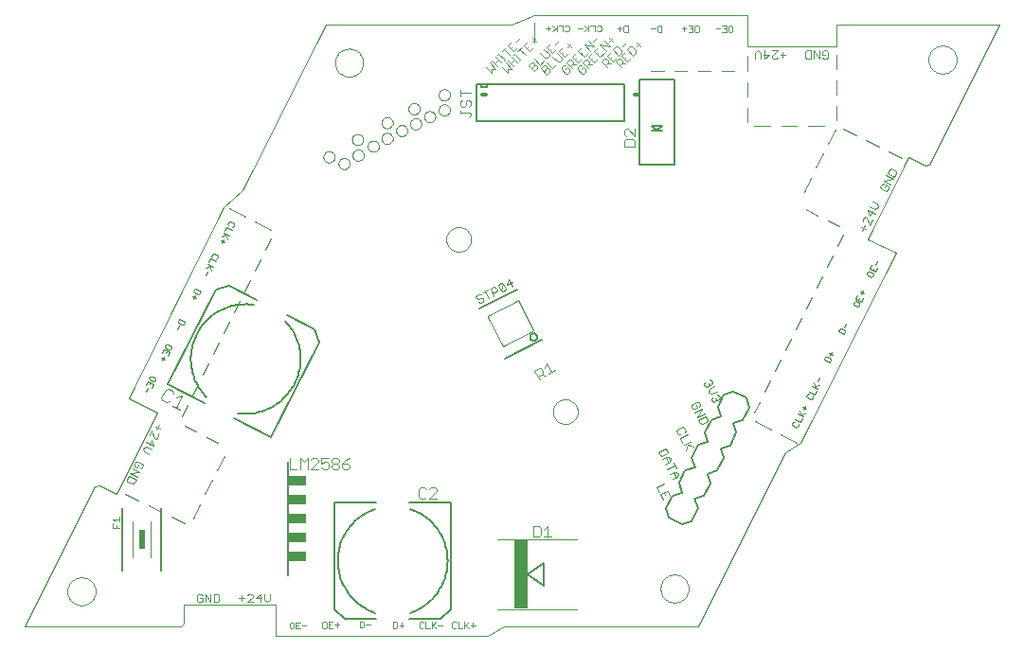
<source format=gto>
G75*
%MOIN*%
%OFA0B0*%
%FSLAX24Y24*%
%IPPOS*%
%LPD*%
%AMOC8*
5,1,8,0,0,1.08239X$1,22.5*
%
%ADD10C,0.0000*%
%ADD11C,0.0030*%
%ADD12C,0.0039*%
%ADD13C,0.0020*%
%ADD14C,0.0120*%
%ADD15C,0.0060*%
%ADD16C,0.0080*%
%ADD17C,0.0040*%
%ADD18R,0.0660X0.0380*%
%ADD19R,0.0492X0.2441*%
%ADD20C,0.0050*%
%ADD21C,0.0028*%
%ADD22R,0.0236X0.0709*%
%ADD23R,0.0236X0.0433*%
D10*
X001543Y001214D02*
X007057Y001214D01*
X007162Y001332D01*
X007163Y001992D01*
X010376Y001990D01*
X010370Y000897D01*
X017853Y000897D01*
X018407Y001214D01*
X025254Y001214D01*
X028315Y007336D01*
X028846Y007690D01*
X032212Y014373D01*
X031218Y014865D01*
X032655Y017739D01*
X033246Y017444D01*
X033393Y017483D01*
X035864Y022424D01*
X030103Y022423D01*
X030103Y022424D02*
X030103Y021647D01*
X026989Y021647D01*
X026989Y022739D01*
X019476Y022739D01*
X018689Y022424D01*
X012143Y022424D01*
X009220Y016568D01*
X008561Y015977D01*
X005204Y009265D01*
X006218Y008753D01*
X004781Y005889D01*
X004191Y006184D01*
X004004Y006145D01*
X001543Y001214D01*
X003060Y002453D02*
X003062Y002497D01*
X003068Y002541D01*
X003078Y002584D01*
X003091Y002626D01*
X003109Y002666D01*
X003130Y002705D01*
X003154Y002742D01*
X003181Y002777D01*
X003212Y002809D01*
X003245Y002838D01*
X003281Y002864D01*
X003319Y002886D01*
X003359Y002905D01*
X003400Y002921D01*
X003443Y002933D01*
X003486Y002941D01*
X003530Y002945D01*
X003574Y002945D01*
X003618Y002941D01*
X003661Y002933D01*
X003704Y002921D01*
X003745Y002905D01*
X003785Y002886D01*
X003823Y002864D01*
X003859Y002838D01*
X003892Y002809D01*
X003923Y002777D01*
X003950Y002742D01*
X003974Y002705D01*
X003995Y002666D01*
X004013Y002626D01*
X004026Y002584D01*
X004036Y002541D01*
X004042Y002497D01*
X004044Y002453D01*
X004042Y002409D01*
X004036Y002365D01*
X004026Y002322D01*
X004013Y002280D01*
X003995Y002240D01*
X003974Y002201D01*
X003950Y002164D01*
X003923Y002129D01*
X003892Y002097D01*
X003859Y002068D01*
X003823Y002042D01*
X003785Y002020D01*
X003745Y002001D01*
X003704Y001985D01*
X003661Y001973D01*
X003618Y001965D01*
X003574Y001961D01*
X003530Y001961D01*
X003486Y001965D01*
X003443Y001973D01*
X003400Y001985D01*
X003359Y002001D01*
X003319Y002020D01*
X003281Y002042D01*
X003245Y002068D01*
X003212Y002097D01*
X003181Y002129D01*
X003154Y002164D01*
X003130Y002201D01*
X003109Y002240D01*
X003091Y002280D01*
X003078Y002322D01*
X003068Y002365D01*
X003062Y002409D01*
X003060Y002453D01*
X016391Y014853D02*
X016393Y014894D01*
X016399Y014935D01*
X016409Y014975D01*
X016422Y015014D01*
X016439Y015051D01*
X016460Y015087D01*
X016484Y015121D01*
X016511Y015152D01*
X016540Y015180D01*
X016573Y015206D01*
X016607Y015228D01*
X016644Y015247D01*
X016682Y015262D01*
X016722Y015274D01*
X016762Y015282D01*
X016803Y015286D01*
X016845Y015286D01*
X016886Y015282D01*
X016926Y015274D01*
X016966Y015262D01*
X017004Y015247D01*
X017040Y015228D01*
X017075Y015206D01*
X017108Y015180D01*
X017137Y015152D01*
X017164Y015121D01*
X017188Y015087D01*
X017209Y015051D01*
X017226Y015014D01*
X017239Y014975D01*
X017249Y014935D01*
X017255Y014894D01*
X017257Y014853D01*
X017255Y014812D01*
X017249Y014771D01*
X017239Y014731D01*
X017226Y014692D01*
X017209Y014655D01*
X017188Y014619D01*
X017164Y014585D01*
X017137Y014554D01*
X017108Y014526D01*
X017075Y014500D01*
X017041Y014478D01*
X017004Y014459D01*
X016966Y014444D01*
X016926Y014432D01*
X016886Y014424D01*
X016845Y014420D01*
X016803Y014420D01*
X016762Y014424D01*
X016722Y014432D01*
X016682Y014444D01*
X016644Y014459D01*
X016608Y014478D01*
X016573Y014500D01*
X016540Y014526D01*
X016511Y014554D01*
X016484Y014585D01*
X016460Y014619D01*
X016439Y014655D01*
X016422Y014692D01*
X016409Y014731D01*
X016399Y014771D01*
X016393Y014812D01*
X016391Y014853D01*
X012596Y017523D02*
X012598Y017550D01*
X012604Y017577D01*
X012613Y017603D01*
X012626Y017627D01*
X012642Y017650D01*
X012661Y017669D01*
X012683Y017686D01*
X012707Y017700D01*
X012732Y017710D01*
X012759Y017717D01*
X012786Y017720D01*
X012814Y017719D01*
X012841Y017714D01*
X012867Y017706D01*
X012891Y017694D01*
X012914Y017678D01*
X012935Y017660D01*
X012952Y017639D01*
X012967Y017615D01*
X012978Y017590D01*
X012986Y017564D01*
X012990Y017537D01*
X012990Y017509D01*
X012986Y017482D01*
X012978Y017456D01*
X012967Y017431D01*
X012952Y017407D01*
X012935Y017386D01*
X012914Y017368D01*
X012892Y017352D01*
X012867Y017340D01*
X012841Y017332D01*
X012814Y017327D01*
X012786Y017326D01*
X012759Y017329D01*
X012732Y017336D01*
X012707Y017346D01*
X012683Y017360D01*
X012661Y017377D01*
X012642Y017396D01*
X012626Y017419D01*
X012613Y017443D01*
X012604Y017469D01*
X012598Y017496D01*
X012596Y017523D01*
X012065Y017759D02*
X012067Y017786D01*
X012073Y017813D01*
X012082Y017839D01*
X012095Y017863D01*
X012111Y017886D01*
X012130Y017905D01*
X012152Y017922D01*
X012176Y017936D01*
X012201Y017946D01*
X012228Y017953D01*
X012255Y017956D01*
X012283Y017955D01*
X012310Y017950D01*
X012336Y017942D01*
X012360Y017930D01*
X012383Y017914D01*
X012404Y017896D01*
X012421Y017875D01*
X012436Y017851D01*
X012447Y017826D01*
X012455Y017800D01*
X012459Y017773D01*
X012459Y017745D01*
X012455Y017718D01*
X012447Y017692D01*
X012436Y017667D01*
X012421Y017643D01*
X012404Y017622D01*
X012383Y017604D01*
X012361Y017588D01*
X012336Y017576D01*
X012310Y017568D01*
X012283Y017563D01*
X012255Y017562D01*
X012228Y017565D01*
X012201Y017572D01*
X012176Y017582D01*
X012152Y017596D01*
X012130Y017613D01*
X012111Y017632D01*
X012095Y017655D01*
X012082Y017679D01*
X012073Y017705D01*
X012067Y017732D01*
X012065Y017759D01*
X013088Y017818D02*
X013090Y017845D01*
X013096Y017872D01*
X013105Y017898D01*
X013118Y017922D01*
X013134Y017945D01*
X013153Y017964D01*
X013175Y017981D01*
X013199Y017995D01*
X013224Y018005D01*
X013251Y018012D01*
X013278Y018015D01*
X013306Y018014D01*
X013333Y018009D01*
X013359Y018001D01*
X013383Y017989D01*
X013406Y017973D01*
X013427Y017955D01*
X013444Y017934D01*
X013459Y017910D01*
X013470Y017885D01*
X013478Y017859D01*
X013482Y017832D01*
X013482Y017804D01*
X013478Y017777D01*
X013470Y017751D01*
X013459Y017726D01*
X013444Y017702D01*
X013427Y017681D01*
X013406Y017663D01*
X013384Y017647D01*
X013359Y017635D01*
X013333Y017627D01*
X013306Y017622D01*
X013278Y017621D01*
X013251Y017624D01*
X013224Y017631D01*
X013199Y017641D01*
X013175Y017655D01*
X013153Y017672D01*
X013134Y017691D01*
X013118Y017714D01*
X013105Y017738D01*
X013096Y017764D01*
X013090Y017791D01*
X013088Y017818D01*
X013620Y018133D02*
X013622Y018160D01*
X013628Y018187D01*
X013637Y018213D01*
X013650Y018237D01*
X013666Y018260D01*
X013685Y018279D01*
X013707Y018296D01*
X013731Y018310D01*
X013756Y018320D01*
X013783Y018327D01*
X013810Y018330D01*
X013838Y018329D01*
X013865Y018324D01*
X013891Y018316D01*
X013915Y018304D01*
X013938Y018288D01*
X013959Y018270D01*
X013976Y018249D01*
X013991Y018225D01*
X014002Y018200D01*
X014010Y018174D01*
X014014Y018147D01*
X014014Y018119D01*
X014010Y018092D01*
X014002Y018066D01*
X013991Y018041D01*
X013976Y018017D01*
X013959Y017996D01*
X013938Y017978D01*
X013916Y017962D01*
X013891Y017950D01*
X013865Y017942D01*
X013838Y017937D01*
X013810Y017936D01*
X013783Y017939D01*
X013756Y017946D01*
X013731Y017956D01*
X013707Y017970D01*
X013685Y017987D01*
X013666Y018006D01*
X013650Y018029D01*
X013637Y018053D01*
X013628Y018079D01*
X013622Y018106D01*
X013620Y018133D01*
X013068Y018369D02*
X013070Y018396D01*
X013076Y018423D01*
X013085Y018449D01*
X013098Y018473D01*
X013114Y018496D01*
X013133Y018515D01*
X013155Y018532D01*
X013179Y018546D01*
X013204Y018556D01*
X013231Y018563D01*
X013258Y018566D01*
X013286Y018565D01*
X013313Y018560D01*
X013339Y018552D01*
X013363Y018540D01*
X013386Y018524D01*
X013407Y018506D01*
X013424Y018485D01*
X013439Y018461D01*
X013450Y018436D01*
X013458Y018410D01*
X013462Y018383D01*
X013462Y018355D01*
X013458Y018328D01*
X013450Y018302D01*
X013439Y018277D01*
X013424Y018253D01*
X013407Y018232D01*
X013386Y018214D01*
X013364Y018198D01*
X013339Y018186D01*
X013313Y018178D01*
X013286Y018173D01*
X013258Y018172D01*
X013231Y018175D01*
X013204Y018182D01*
X013179Y018192D01*
X013155Y018206D01*
X013133Y018223D01*
X013114Y018242D01*
X013098Y018265D01*
X013085Y018289D01*
X013076Y018315D01*
X013070Y018342D01*
X013068Y018369D01*
X014112Y018408D02*
X014114Y018435D01*
X014120Y018462D01*
X014129Y018488D01*
X014142Y018512D01*
X014158Y018535D01*
X014177Y018554D01*
X014199Y018571D01*
X014223Y018585D01*
X014248Y018595D01*
X014275Y018602D01*
X014302Y018605D01*
X014330Y018604D01*
X014357Y018599D01*
X014383Y018591D01*
X014407Y018579D01*
X014430Y018563D01*
X014451Y018545D01*
X014468Y018524D01*
X014483Y018500D01*
X014494Y018475D01*
X014502Y018449D01*
X014506Y018422D01*
X014506Y018394D01*
X014502Y018367D01*
X014494Y018341D01*
X014483Y018316D01*
X014468Y018292D01*
X014451Y018271D01*
X014430Y018253D01*
X014408Y018237D01*
X014383Y018225D01*
X014357Y018217D01*
X014330Y018212D01*
X014302Y018211D01*
X014275Y018214D01*
X014248Y018221D01*
X014223Y018231D01*
X014199Y018245D01*
X014177Y018262D01*
X014158Y018281D01*
X014142Y018304D01*
X014129Y018328D01*
X014120Y018354D01*
X014114Y018381D01*
X014112Y018408D01*
X014624Y018684D02*
X014626Y018711D01*
X014632Y018738D01*
X014641Y018764D01*
X014654Y018788D01*
X014670Y018811D01*
X014689Y018830D01*
X014711Y018847D01*
X014735Y018861D01*
X014760Y018871D01*
X014787Y018878D01*
X014814Y018881D01*
X014842Y018880D01*
X014869Y018875D01*
X014895Y018867D01*
X014919Y018855D01*
X014942Y018839D01*
X014963Y018821D01*
X014980Y018800D01*
X014995Y018776D01*
X015006Y018751D01*
X015014Y018725D01*
X015018Y018698D01*
X015018Y018670D01*
X015014Y018643D01*
X015006Y018617D01*
X014995Y018592D01*
X014980Y018568D01*
X014963Y018547D01*
X014942Y018529D01*
X014920Y018513D01*
X014895Y018501D01*
X014869Y018493D01*
X014842Y018488D01*
X014814Y018487D01*
X014787Y018490D01*
X014760Y018497D01*
X014735Y018507D01*
X014711Y018521D01*
X014689Y018538D01*
X014670Y018557D01*
X014654Y018580D01*
X014641Y018604D01*
X014632Y018630D01*
X014626Y018657D01*
X014624Y018684D01*
X014112Y018960D02*
X014114Y018987D01*
X014120Y019014D01*
X014129Y019040D01*
X014142Y019064D01*
X014158Y019087D01*
X014177Y019106D01*
X014199Y019123D01*
X014223Y019137D01*
X014248Y019147D01*
X014275Y019154D01*
X014302Y019157D01*
X014330Y019156D01*
X014357Y019151D01*
X014383Y019143D01*
X014407Y019131D01*
X014430Y019115D01*
X014451Y019097D01*
X014468Y019076D01*
X014483Y019052D01*
X014494Y019027D01*
X014502Y019001D01*
X014506Y018974D01*
X014506Y018946D01*
X014502Y018919D01*
X014494Y018893D01*
X014483Y018868D01*
X014468Y018844D01*
X014451Y018823D01*
X014430Y018805D01*
X014408Y018789D01*
X014383Y018777D01*
X014357Y018769D01*
X014330Y018764D01*
X014302Y018763D01*
X014275Y018766D01*
X014248Y018773D01*
X014223Y018783D01*
X014199Y018797D01*
X014177Y018814D01*
X014158Y018833D01*
X014142Y018856D01*
X014129Y018880D01*
X014120Y018906D01*
X014114Y018933D01*
X014112Y018960D01*
X015057Y019452D02*
X015059Y019479D01*
X015065Y019506D01*
X015074Y019532D01*
X015087Y019556D01*
X015103Y019579D01*
X015122Y019598D01*
X015144Y019615D01*
X015168Y019629D01*
X015193Y019639D01*
X015220Y019646D01*
X015247Y019649D01*
X015275Y019648D01*
X015302Y019643D01*
X015328Y019635D01*
X015352Y019623D01*
X015375Y019607D01*
X015396Y019589D01*
X015413Y019568D01*
X015428Y019544D01*
X015439Y019519D01*
X015447Y019493D01*
X015451Y019466D01*
X015451Y019438D01*
X015447Y019411D01*
X015439Y019385D01*
X015428Y019360D01*
X015413Y019336D01*
X015396Y019315D01*
X015375Y019297D01*
X015353Y019281D01*
X015328Y019269D01*
X015302Y019261D01*
X015275Y019256D01*
X015247Y019255D01*
X015220Y019258D01*
X015193Y019265D01*
X015168Y019275D01*
X015144Y019289D01*
X015122Y019306D01*
X015103Y019325D01*
X015087Y019348D01*
X015074Y019372D01*
X015065Y019398D01*
X015059Y019425D01*
X015057Y019452D01*
X015116Y018920D02*
X015118Y018947D01*
X015124Y018974D01*
X015133Y019000D01*
X015146Y019024D01*
X015162Y019047D01*
X015181Y019066D01*
X015203Y019083D01*
X015227Y019097D01*
X015252Y019107D01*
X015279Y019114D01*
X015306Y019117D01*
X015334Y019116D01*
X015361Y019111D01*
X015387Y019103D01*
X015411Y019091D01*
X015434Y019075D01*
X015455Y019057D01*
X015472Y019036D01*
X015487Y019012D01*
X015498Y018987D01*
X015506Y018961D01*
X015510Y018934D01*
X015510Y018906D01*
X015506Y018879D01*
X015498Y018853D01*
X015487Y018828D01*
X015472Y018804D01*
X015455Y018783D01*
X015434Y018765D01*
X015412Y018749D01*
X015387Y018737D01*
X015361Y018729D01*
X015334Y018724D01*
X015306Y018723D01*
X015279Y018726D01*
X015252Y018733D01*
X015227Y018743D01*
X015203Y018757D01*
X015181Y018774D01*
X015162Y018793D01*
X015146Y018816D01*
X015133Y018840D01*
X015124Y018866D01*
X015118Y018893D01*
X015116Y018920D01*
X015608Y019176D02*
X015610Y019203D01*
X015616Y019230D01*
X015625Y019256D01*
X015638Y019280D01*
X015654Y019303D01*
X015673Y019322D01*
X015695Y019339D01*
X015719Y019353D01*
X015744Y019363D01*
X015771Y019370D01*
X015798Y019373D01*
X015826Y019372D01*
X015853Y019367D01*
X015879Y019359D01*
X015903Y019347D01*
X015926Y019331D01*
X015947Y019313D01*
X015964Y019292D01*
X015979Y019268D01*
X015990Y019243D01*
X015998Y019217D01*
X016002Y019190D01*
X016002Y019162D01*
X015998Y019135D01*
X015990Y019109D01*
X015979Y019084D01*
X015964Y019060D01*
X015947Y019039D01*
X015926Y019021D01*
X015904Y019005D01*
X015879Y018993D01*
X015853Y018985D01*
X015826Y018980D01*
X015798Y018979D01*
X015771Y018982D01*
X015744Y018989D01*
X015719Y018999D01*
X015695Y019013D01*
X015673Y019030D01*
X015654Y019049D01*
X015638Y019072D01*
X015625Y019096D01*
X015616Y019122D01*
X015610Y019149D01*
X015608Y019176D01*
X016120Y019412D02*
X016122Y019439D01*
X016128Y019466D01*
X016137Y019492D01*
X016150Y019516D01*
X016166Y019539D01*
X016185Y019558D01*
X016207Y019575D01*
X016231Y019589D01*
X016256Y019599D01*
X016283Y019606D01*
X016310Y019609D01*
X016338Y019608D01*
X016365Y019603D01*
X016391Y019595D01*
X016415Y019583D01*
X016438Y019567D01*
X016459Y019549D01*
X016476Y019528D01*
X016491Y019504D01*
X016502Y019479D01*
X016510Y019453D01*
X016514Y019426D01*
X016514Y019398D01*
X016510Y019371D01*
X016502Y019345D01*
X016491Y019320D01*
X016476Y019296D01*
X016459Y019275D01*
X016438Y019257D01*
X016416Y019241D01*
X016391Y019229D01*
X016365Y019221D01*
X016338Y019216D01*
X016310Y019215D01*
X016283Y019218D01*
X016256Y019225D01*
X016231Y019235D01*
X016207Y019249D01*
X016185Y019266D01*
X016166Y019285D01*
X016150Y019308D01*
X016137Y019332D01*
X016128Y019358D01*
X016122Y019385D01*
X016120Y019412D01*
X016120Y019944D02*
X016122Y019971D01*
X016128Y019998D01*
X016137Y020024D01*
X016150Y020048D01*
X016166Y020071D01*
X016185Y020090D01*
X016207Y020107D01*
X016231Y020121D01*
X016256Y020131D01*
X016283Y020138D01*
X016310Y020141D01*
X016338Y020140D01*
X016365Y020135D01*
X016391Y020127D01*
X016415Y020115D01*
X016438Y020099D01*
X016459Y020081D01*
X016476Y020060D01*
X016491Y020036D01*
X016502Y020011D01*
X016510Y019985D01*
X016514Y019958D01*
X016514Y019930D01*
X016510Y019903D01*
X016502Y019877D01*
X016491Y019852D01*
X016476Y019828D01*
X016459Y019807D01*
X016438Y019789D01*
X016416Y019773D01*
X016391Y019761D01*
X016365Y019753D01*
X016338Y019748D01*
X016310Y019747D01*
X016283Y019750D01*
X016256Y019757D01*
X016231Y019767D01*
X016207Y019781D01*
X016185Y019798D01*
X016166Y019817D01*
X016150Y019840D01*
X016137Y019864D01*
X016128Y019890D01*
X016122Y019917D01*
X016120Y019944D01*
X012478Y021079D02*
X012480Y021123D01*
X012486Y021167D01*
X012496Y021210D01*
X012509Y021252D01*
X012527Y021292D01*
X012548Y021331D01*
X012572Y021368D01*
X012599Y021403D01*
X012630Y021435D01*
X012663Y021464D01*
X012699Y021490D01*
X012737Y021512D01*
X012777Y021531D01*
X012818Y021547D01*
X012861Y021559D01*
X012904Y021567D01*
X012948Y021571D01*
X012992Y021571D01*
X013036Y021567D01*
X013079Y021559D01*
X013122Y021547D01*
X013163Y021531D01*
X013203Y021512D01*
X013241Y021490D01*
X013277Y021464D01*
X013310Y021435D01*
X013341Y021403D01*
X013368Y021368D01*
X013392Y021331D01*
X013413Y021292D01*
X013431Y021252D01*
X013444Y021210D01*
X013454Y021167D01*
X013460Y021123D01*
X013462Y021079D01*
X013460Y021035D01*
X013454Y020991D01*
X013444Y020948D01*
X013431Y020906D01*
X013413Y020866D01*
X013392Y020827D01*
X013368Y020790D01*
X013341Y020755D01*
X013310Y020723D01*
X013277Y020694D01*
X013241Y020668D01*
X013203Y020646D01*
X013163Y020627D01*
X013122Y020611D01*
X013079Y020599D01*
X013036Y020591D01*
X012992Y020587D01*
X012948Y020587D01*
X012904Y020591D01*
X012861Y020599D01*
X012818Y020611D01*
X012777Y020627D01*
X012737Y020646D01*
X012699Y020668D01*
X012663Y020694D01*
X012630Y020723D01*
X012599Y020755D01*
X012572Y020790D01*
X012548Y020827D01*
X012527Y020866D01*
X012509Y020906D01*
X012496Y020948D01*
X012486Y020991D01*
X012480Y021035D01*
X012478Y021079D01*
X020144Y008781D02*
X020146Y008822D01*
X020152Y008863D01*
X020162Y008903D01*
X020175Y008942D01*
X020192Y008979D01*
X020213Y009015D01*
X020237Y009049D01*
X020264Y009080D01*
X020293Y009108D01*
X020326Y009134D01*
X020360Y009156D01*
X020397Y009175D01*
X020435Y009190D01*
X020475Y009202D01*
X020515Y009210D01*
X020556Y009214D01*
X020598Y009214D01*
X020639Y009210D01*
X020679Y009202D01*
X020719Y009190D01*
X020757Y009175D01*
X020793Y009156D01*
X020828Y009134D01*
X020861Y009108D01*
X020890Y009080D01*
X020917Y009049D01*
X020941Y009015D01*
X020962Y008979D01*
X020979Y008942D01*
X020992Y008903D01*
X021002Y008863D01*
X021008Y008822D01*
X021010Y008781D01*
X021008Y008740D01*
X021002Y008699D01*
X020992Y008659D01*
X020979Y008620D01*
X020962Y008583D01*
X020941Y008547D01*
X020917Y008513D01*
X020890Y008482D01*
X020861Y008454D01*
X020828Y008428D01*
X020794Y008406D01*
X020757Y008387D01*
X020719Y008372D01*
X020679Y008360D01*
X020639Y008352D01*
X020598Y008348D01*
X020556Y008348D01*
X020515Y008352D01*
X020475Y008360D01*
X020435Y008372D01*
X020397Y008387D01*
X020361Y008406D01*
X020326Y008428D01*
X020293Y008454D01*
X020264Y008482D01*
X020237Y008513D01*
X020213Y008547D01*
X020192Y008583D01*
X020175Y008620D01*
X020162Y008659D01*
X020152Y008699D01*
X020146Y008740D01*
X020144Y008781D01*
X023929Y002550D02*
X023931Y002594D01*
X023937Y002638D01*
X023947Y002681D01*
X023960Y002723D01*
X023978Y002763D01*
X023999Y002802D01*
X024023Y002839D01*
X024050Y002874D01*
X024081Y002906D01*
X024114Y002935D01*
X024150Y002961D01*
X024188Y002983D01*
X024228Y003002D01*
X024269Y003018D01*
X024312Y003030D01*
X024355Y003038D01*
X024399Y003042D01*
X024443Y003042D01*
X024487Y003038D01*
X024530Y003030D01*
X024573Y003018D01*
X024614Y003002D01*
X024654Y002983D01*
X024692Y002961D01*
X024728Y002935D01*
X024761Y002906D01*
X024792Y002874D01*
X024819Y002839D01*
X024843Y002802D01*
X024864Y002763D01*
X024882Y002723D01*
X024895Y002681D01*
X024905Y002638D01*
X024911Y002594D01*
X024913Y002550D01*
X024911Y002506D01*
X024905Y002462D01*
X024895Y002419D01*
X024882Y002377D01*
X024864Y002337D01*
X024843Y002298D01*
X024819Y002261D01*
X024792Y002226D01*
X024761Y002194D01*
X024728Y002165D01*
X024692Y002139D01*
X024654Y002117D01*
X024614Y002098D01*
X024573Y002082D01*
X024530Y002070D01*
X024487Y002062D01*
X024443Y002058D01*
X024399Y002058D01*
X024355Y002062D01*
X024312Y002070D01*
X024269Y002082D01*
X024228Y002098D01*
X024188Y002117D01*
X024150Y002139D01*
X024114Y002165D01*
X024081Y002194D01*
X024050Y002226D01*
X024023Y002261D01*
X023999Y002298D01*
X023978Y002337D01*
X023960Y002377D01*
X023947Y002419D01*
X023937Y002462D01*
X023931Y002506D01*
X023929Y002550D01*
X033359Y021185D02*
X033361Y021229D01*
X033367Y021273D01*
X033377Y021316D01*
X033390Y021358D01*
X033408Y021398D01*
X033429Y021437D01*
X033453Y021474D01*
X033480Y021509D01*
X033511Y021541D01*
X033544Y021570D01*
X033580Y021596D01*
X033618Y021618D01*
X033658Y021637D01*
X033699Y021653D01*
X033742Y021665D01*
X033785Y021673D01*
X033829Y021677D01*
X033873Y021677D01*
X033917Y021673D01*
X033960Y021665D01*
X034003Y021653D01*
X034044Y021637D01*
X034084Y021618D01*
X034122Y021596D01*
X034158Y021570D01*
X034191Y021541D01*
X034222Y021509D01*
X034249Y021474D01*
X034273Y021437D01*
X034294Y021398D01*
X034312Y021358D01*
X034325Y021316D01*
X034335Y021273D01*
X034341Y021229D01*
X034343Y021185D01*
X034341Y021141D01*
X034335Y021097D01*
X034325Y021054D01*
X034312Y021012D01*
X034294Y020972D01*
X034273Y020933D01*
X034249Y020896D01*
X034222Y020861D01*
X034191Y020829D01*
X034158Y020800D01*
X034122Y020774D01*
X034084Y020752D01*
X034044Y020733D01*
X034003Y020717D01*
X033960Y020705D01*
X033917Y020697D01*
X033873Y020693D01*
X033829Y020693D01*
X033785Y020697D01*
X033742Y020705D01*
X033699Y020717D01*
X033658Y020733D01*
X033618Y020752D01*
X033580Y020774D01*
X033544Y020800D01*
X033511Y020829D01*
X033480Y020861D01*
X033453Y020896D01*
X033429Y020933D01*
X033408Y020972D01*
X033390Y021012D01*
X033377Y021054D01*
X033367Y021097D01*
X033361Y021141D01*
X033359Y021185D01*
D11*
X029814Y021259D02*
X029814Y021453D01*
X029766Y021501D01*
X029669Y021501D01*
X029620Y021453D01*
X029620Y021356D01*
X029717Y021356D01*
X029620Y021259D02*
X029669Y021211D01*
X029766Y021211D01*
X029814Y021259D01*
X029519Y021211D02*
X029326Y021501D01*
X029326Y021211D01*
X029225Y021211D02*
X029225Y021501D01*
X029080Y021501D01*
X029031Y021453D01*
X029031Y021259D01*
X029080Y021211D01*
X029225Y021211D01*
X029519Y021211D02*
X029519Y021501D01*
X028331Y021356D02*
X028137Y021356D01*
X028234Y021259D02*
X028234Y021453D01*
X028036Y021501D02*
X027843Y021308D01*
X027843Y021259D01*
X027891Y021211D01*
X027988Y021211D01*
X028036Y021259D01*
X028036Y021501D02*
X027843Y021501D01*
X027741Y021356D02*
X027548Y021356D01*
X027447Y021404D02*
X027350Y021501D01*
X027253Y021404D01*
X027253Y021211D01*
X027447Y021211D02*
X027447Y021404D01*
X027596Y021501D02*
X027596Y021211D01*
X027741Y021356D01*
X023207Y021643D02*
X023070Y021779D01*
X023070Y021643D02*
X023207Y021779D01*
X023067Y021503D02*
X022930Y021639D01*
X022862Y021639D01*
X022759Y021537D01*
X022965Y021332D01*
X023067Y021434D01*
X023067Y021503D01*
X022893Y021260D02*
X022756Y021123D01*
X022551Y021328D01*
X022688Y021465D01*
X022567Y021434D02*
X022465Y021332D01*
X022259Y021537D01*
X022362Y021639D01*
X022430Y021639D01*
X022567Y021503D01*
X022567Y021434D01*
X022570Y021643D02*
X022707Y021779D01*
X022249Y021809D02*
X022112Y021946D01*
X022112Y021809D02*
X022249Y021946D01*
X022143Y021635D02*
X021938Y021840D01*
X021801Y021704D02*
X022143Y021635D01*
X022188Y021465D02*
X022051Y021328D01*
X022256Y021123D01*
X022393Y021260D01*
X022445Y021223D02*
X022514Y021223D01*
X022582Y021154D01*
X022582Y021086D01*
X022479Y020983D01*
X022548Y020915D02*
X022343Y021120D01*
X022445Y021223D01*
X022548Y021052D02*
X022685Y021052D01*
X022654Y021226D02*
X022722Y021294D01*
X022222Y021294D02*
X022154Y021226D01*
X022082Y021154D02*
X022082Y021086D01*
X021979Y020983D01*
X022048Y020915D02*
X021843Y021120D01*
X021945Y021223D01*
X022014Y021223D01*
X022082Y021154D01*
X022048Y021052D02*
X022185Y021052D01*
X021935Y021427D02*
X021798Y021290D01*
X021593Y021495D01*
X021729Y021632D01*
X021801Y021704D02*
X022006Y021498D01*
X021764Y021461D02*
X021695Y021393D01*
X021521Y021424D02*
X021384Y021287D01*
X021590Y021082D01*
X021726Y021218D01*
X021555Y021253D02*
X021487Y021184D01*
X021415Y021113D02*
X021415Y021044D01*
X021313Y020942D01*
X021381Y021010D02*
X021518Y021010D01*
X021415Y021113D02*
X021347Y021181D01*
X021279Y021181D01*
X021176Y021078D01*
X021381Y020873D01*
X021275Y020836D02*
X021207Y020904D01*
X021139Y020836D01*
X021275Y020836D02*
X021275Y020767D01*
X021207Y020699D01*
X021139Y020699D01*
X021002Y020836D01*
X021002Y020904D01*
X021070Y020973D01*
X021139Y020973D01*
X021027Y021082D02*
X020822Y021287D01*
X020959Y021424D01*
X021030Y021495D02*
X021235Y021290D01*
X021372Y021427D01*
X021444Y021498D02*
X021239Y021704D01*
X021581Y021635D01*
X021375Y021840D01*
X021549Y021809D02*
X021686Y021946D01*
X021167Y021632D02*
X021030Y021495D01*
X021133Y021393D02*
X021201Y021461D01*
X021164Y021218D02*
X021027Y021082D01*
X020956Y021010D02*
X020819Y021010D01*
X020853Y021044D02*
X020750Y020942D01*
X020819Y020873D02*
X020613Y021078D01*
X020716Y021181D01*
X020784Y021181D01*
X020853Y021113D01*
X020853Y021044D01*
X020924Y021184D02*
X020993Y021253D01*
X020685Y021427D02*
X020548Y021290D01*
X020343Y021495D01*
X020479Y021632D01*
X020514Y021461D02*
X020445Y021393D01*
X020442Y021253D02*
X020271Y021424D01*
X020247Y021552D02*
X020110Y021415D01*
X019905Y021620D01*
X020042Y021757D01*
X020076Y021586D02*
X020008Y021518D01*
X020005Y021378D02*
X019834Y021549D01*
X019697Y021412D02*
X019868Y021241D01*
X019936Y021241D01*
X020005Y021309D01*
X020005Y021378D01*
X020134Y021287D02*
X020305Y021116D01*
X020374Y021116D01*
X020442Y021184D01*
X020442Y021253D01*
X020508Y020973D02*
X020439Y020904D01*
X020439Y020836D01*
X020576Y020699D01*
X020645Y020699D01*
X020713Y020767D01*
X020713Y020836D01*
X020645Y020904D01*
X020576Y020836D01*
X020576Y020973D02*
X020508Y020973D01*
X020268Y021010D02*
X020131Y020873D01*
X019926Y021078D01*
X019831Y021135D02*
X019694Y020998D01*
X019488Y021203D01*
X019451Y021098D02*
X019485Y021064D01*
X019485Y020995D01*
X019383Y020892D01*
X019485Y020790D02*
X019588Y020892D01*
X019588Y020961D01*
X019554Y020995D01*
X019485Y020995D01*
X019451Y021098D02*
X019383Y021098D01*
X019280Y020995D01*
X019485Y020790D01*
X019718Y020870D02*
X019923Y020665D01*
X020025Y020767D01*
X020025Y020836D01*
X019991Y020870D01*
X019923Y020870D01*
X019820Y020767D01*
X019718Y020870D02*
X019820Y020973D01*
X019889Y020973D01*
X019923Y020939D01*
X019923Y020870D01*
X019312Y021491D02*
X019107Y021697D01*
X019243Y021833D01*
X019278Y021662D02*
X019209Y021594D01*
X019312Y021491D02*
X019449Y021628D01*
X019418Y021802D02*
X019554Y021939D01*
X019418Y021939D02*
X019554Y021802D01*
X019035Y021625D02*
X018898Y021488D01*
X018967Y021557D02*
X019172Y021351D01*
X019033Y021212D02*
X018965Y021144D01*
X018999Y021178D02*
X018794Y021384D01*
X018828Y021418D02*
X018759Y021349D01*
X018688Y021278D02*
X018893Y021073D01*
X018790Y021175D02*
X018654Y021038D01*
X018756Y020936D02*
X018551Y021141D01*
X018479Y021069D02*
X018685Y020864D01*
X018548Y020864D01*
X018548Y020727D01*
X018343Y020933D01*
X018331Y021073D02*
X018125Y021278D01*
X018197Y021349D02*
X018265Y021418D01*
X018231Y021384D02*
X018436Y021178D01*
X018402Y021144D02*
X018470Y021212D01*
X018609Y021351D02*
X018404Y021557D01*
X018336Y021488D02*
X018473Y021625D01*
X018544Y021697D02*
X018749Y021491D01*
X018886Y021628D01*
X018715Y021662D02*
X018647Y021594D01*
X018544Y021697D02*
X018681Y021833D01*
X018855Y021802D02*
X018992Y021939D01*
X018228Y021175D02*
X018091Y021038D01*
X018194Y020936D02*
X017988Y021141D01*
X017917Y021069D02*
X018122Y020864D01*
X017985Y020864D01*
X017985Y020727D01*
X017780Y020933D01*
X017256Y020009D02*
X016886Y020009D01*
X016886Y020132D02*
X016886Y019885D01*
X016947Y019764D02*
X016886Y019702D01*
X016886Y019579D01*
X016947Y019517D01*
X017009Y019517D01*
X017071Y019579D01*
X017071Y019702D01*
X017132Y019764D01*
X017194Y019764D01*
X017256Y019702D01*
X017256Y019579D01*
X017194Y019517D01*
X017194Y019334D02*
X016886Y019334D01*
X016886Y019272D02*
X016886Y019396D01*
X017194Y019334D02*
X017256Y019272D01*
X017256Y019210D01*
X017194Y019149D01*
X020654Y021601D02*
X020790Y021738D01*
X020654Y021738D02*
X020790Y021601D01*
X020353Y021863D02*
X020216Y021726D01*
X022716Y018743D02*
X022655Y018682D01*
X022655Y018558D01*
X022716Y018497D01*
X022716Y018375D02*
X022655Y018313D01*
X022655Y018128D01*
X023025Y018128D01*
X023025Y018313D01*
X022963Y018375D01*
X022716Y018375D01*
X023025Y018497D02*
X022778Y018743D01*
X022716Y018743D01*
X023025Y018743D02*
X023025Y018497D01*
X018594Y013451D02*
X018529Y013256D01*
X018702Y013343D01*
X018724Y013192D02*
X018594Y013451D01*
X018395Y013298D02*
X018309Y013038D01*
X018374Y013016D01*
X018460Y013060D01*
X018482Y013125D01*
X018395Y013298D01*
X018330Y013319D01*
X018244Y013276D01*
X018222Y013211D01*
X018309Y013038D01*
X018175Y013079D02*
X018153Y013014D01*
X018024Y012949D01*
X018067Y012863D02*
X017937Y013122D01*
X018067Y013187D01*
X018132Y013166D01*
X018175Y013079D01*
X017846Y013077D02*
X017673Y012990D01*
X017760Y013034D02*
X017890Y012774D01*
X017691Y012729D02*
X017670Y012664D01*
X017583Y012620D01*
X017518Y012642D01*
X017518Y012750D02*
X017605Y012794D01*
X017670Y012772D01*
X017691Y012729D01*
X017518Y012750D02*
X017453Y012772D01*
X017432Y012815D01*
X017453Y012880D01*
X017540Y012923D01*
X017605Y012902D01*
X019904Y010488D02*
X020098Y010172D01*
X019993Y010108D02*
X020203Y010237D01*
X019864Y010318D02*
X019904Y010488D01*
X019728Y010308D02*
X019792Y010202D01*
X019772Y010117D01*
X019614Y010021D01*
X019719Y010085D02*
X019889Y010044D01*
X019678Y009915D02*
X019485Y010231D01*
X019643Y010328D01*
X019728Y010308D01*
X023863Y007367D02*
X023928Y007237D01*
X023992Y007215D01*
X024166Y007301D01*
X024188Y007366D01*
X024123Y007496D01*
X023863Y007367D01*
X023994Y007103D02*
X024167Y007189D01*
X024297Y007145D01*
X024253Y007016D01*
X024080Y006929D01*
X024210Y006994D02*
X024124Y007167D01*
X024385Y006968D02*
X024471Y006795D01*
X024428Y006881D02*
X024168Y006752D01*
X024256Y006575D02*
X024429Y006661D01*
X024559Y006617D01*
X024515Y006488D01*
X024342Y006402D01*
X024472Y006466D02*
X024386Y006639D01*
X024045Y006263D02*
X023785Y006134D01*
X023872Y005961D01*
X023917Y005871D02*
X024003Y005697D01*
X024090Y005848D02*
X024046Y005935D01*
X023917Y005871D02*
X024176Y006000D01*
X024263Y005826D01*
X024826Y007428D02*
X024891Y007622D01*
X024826Y007644D02*
X025086Y007557D01*
X025000Y007730D02*
X024740Y007601D01*
X024695Y007692D02*
X024609Y007865D01*
X024869Y007994D01*
X024780Y008063D02*
X024802Y008128D01*
X024759Y008215D01*
X024694Y008236D01*
X024521Y008150D01*
X024499Y008086D01*
X024542Y007999D01*
X024607Y007977D01*
X025325Y008369D02*
X025260Y008499D01*
X025520Y008628D01*
X025585Y008498D01*
X025563Y008433D01*
X025390Y008347D01*
X025325Y008369D01*
X025215Y008590D02*
X025475Y008719D01*
X025389Y008892D02*
X025215Y008590D01*
X025129Y008763D02*
X025389Y008892D01*
X025301Y008961D02*
X025323Y009026D01*
X025280Y009113D01*
X025215Y009134D01*
X025042Y009048D01*
X025020Y008983D01*
X025063Y008897D01*
X025128Y008875D01*
X025214Y008918D01*
X025171Y009005D01*
X025714Y009234D02*
X025735Y009299D01*
X025714Y009234D02*
X025757Y009148D01*
X025821Y009126D01*
X025865Y009147D01*
X025887Y009212D01*
X025865Y009256D01*
X025887Y009212D02*
X025951Y009190D01*
X025995Y009212D01*
X026017Y009277D01*
X025974Y009363D01*
X025909Y009385D01*
X025907Y009497D02*
X025734Y009411D01*
X025604Y009455D01*
X025648Y009585D01*
X025821Y009671D01*
X025733Y009740D02*
X025755Y009805D01*
X025712Y009891D01*
X025647Y009913D01*
X025603Y009783D02*
X025625Y009740D01*
X025603Y009675D01*
X025559Y009654D01*
X025495Y009675D01*
X025452Y009762D01*
X025473Y009827D01*
X025625Y009740D02*
X025689Y009718D01*
X025733Y009740D01*
X019955Y004752D02*
X019955Y004382D01*
X020078Y004382D02*
X019831Y004382D01*
X019710Y004444D02*
X019648Y004382D01*
X019463Y004382D01*
X019463Y004752D01*
X019648Y004752D01*
X019710Y004691D01*
X019710Y004444D01*
X019831Y004629D02*
X019955Y004752D01*
X016046Y005731D02*
X015800Y005731D01*
X016046Y005978D01*
X016046Y006040D01*
X015985Y006101D01*
X015861Y006101D01*
X015800Y006040D01*
X015678Y006040D02*
X015616Y006101D01*
X015493Y006101D01*
X015431Y006040D01*
X015431Y005793D01*
X015493Y005731D01*
X015616Y005731D01*
X015678Y005793D01*
X012975Y006826D02*
X012975Y006888D01*
X012913Y006950D01*
X012728Y006950D01*
X012728Y006826D01*
X012790Y006764D01*
X012913Y006764D01*
X012975Y006826D01*
X012852Y007073D02*
X012728Y006950D01*
X012607Y007011D02*
X012545Y006950D01*
X012422Y006950D01*
X012360Y007011D01*
X012360Y007073D01*
X012422Y007135D01*
X012545Y007135D01*
X012607Y007073D01*
X012607Y007011D01*
X012545Y006950D02*
X012607Y006888D01*
X012607Y006826D01*
X012545Y006764D01*
X012422Y006764D01*
X012360Y006826D01*
X012360Y006888D01*
X012422Y006950D01*
X012239Y006950D02*
X012239Y006826D01*
X012177Y006764D01*
X012053Y006764D01*
X011992Y006826D01*
X011992Y006950D02*
X012115Y007011D01*
X012177Y007011D01*
X012239Y006950D01*
X012239Y007135D02*
X011992Y007135D01*
X011992Y006950D01*
X011870Y007011D02*
X011870Y007073D01*
X011808Y007135D01*
X011685Y007135D01*
X011623Y007073D01*
X011502Y007135D02*
X011502Y006764D01*
X011623Y006764D02*
X011870Y007011D01*
X011870Y006764D02*
X011623Y006764D01*
X011378Y007011D02*
X011255Y007135D01*
X011255Y006764D01*
X011134Y006764D02*
X010887Y006764D01*
X010887Y007135D01*
X011378Y007011D02*
X011502Y007135D01*
X012852Y007073D02*
X012975Y007135D01*
X010179Y002360D02*
X010179Y002167D01*
X010082Y002070D01*
X009985Y002167D01*
X009985Y002360D01*
X009836Y002360D02*
X009690Y002215D01*
X009884Y002215D01*
X009836Y002070D02*
X009836Y002360D01*
X009589Y002312D02*
X009541Y002360D01*
X009444Y002360D01*
X009396Y002312D01*
X009295Y002215D02*
X009101Y002215D01*
X009198Y002312D02*
X009198Y002118D01*
X009396Y002070D02*
X009589Y002263D01*
X009589Y002312D01*
X009589Y002070D02*
X009396Y002070D01*
X008395Y002120D02*
X008395Y002313D01*
X008347Y002362D01*
X008202Y002362D01*
X008202Y002071D01*
X008347Y002071D01*
X008395Y002120D01*
X008100Y002071D02*
X008100Y002362D01*
X007907Y002362D02*
X008100Y002071D01*
X007907Y002071D02*
X007907Y002362D01*
X007806Y002313D02*
X007757Y002362D01*
X007661Y002362D01*
X007612Y002313D01*
X007612Y002120D01*
X007661Y002071D01*
X007757Y002071D01*
X007806Y002120D01*
X007806Y002217D01*
X007709Y002217D01*
X005404Y006268D02*
X005469Y006398D01*
X005210Y006528D01*
X005145Y006398D01*
X005167Y006333D01*
X005340Y006247D01*
X005404Y006268D01*
X005515Y006488D02*
X005255Y006618D01*
X005601Y006661D01*
X005342Y006791D01*
X005430Y006860D02*
X005517Y006817D01*
X005560Y006903D01*
X005430Y006860D02*
X005409Y006925D01*
X005452Y007012D01*
X005517Y007033D01*
X005690Y006946D01*
X005712Y006882D01*
X005668Y006795D01*
X005603Y006773D01*
X005934Y007281D02*
X005761Y007368D01*
X005718Y007498D01*
X005848Y007541D01*
X006021Y007454D01*
X006088Y007588D02*
X006023Y007783D01*
X005937Y007610D01*
X005829Y007718D02*
X006088Y007588D01*
X006155Y007830D02*
X006220Y007851D01*
X006263Y007938D01*
X006242Y008003D01*
X006201Y008137D02*
X006287Y008310D01*
X006330Y008180D02*
X006157Y008266D01*
X006025Y008111D02*
X006112Y007851D01*
X006155Y007830D01*
X005939Y007938D02*
X006025Y008111D01*
X030979Y015294D02*
X031152Y015207D01*
X031022Y015164D02*
X031108Y015337D01*
X031067Y015471D02*
X031046Y015536D01*
X031089Y015622D01*
X031154Y015644D01*
X031197Y015622D01*
X031283Y015362D01*
X031370Y015535D01*
X031286Y015691D02*
X031372Y015864D01*
X031461Y015933D02*
X031288Y016019D01*
X031221Y015885D02*
X031286Y015691D01*
X031480Y015756D02*
X031221Y015885D01*
X031461Y015933D02*
X031591Y015976D01*
X031547Y016106D01*
X031374Y016192D01*
X031685Y016645D02*
X031858Y016558D01*
X031923Y016580D01*
X031966Y016666D01*
X031945Y016731D01*
X031858Y016774D01*
X031815Y016688D01*
X031772Y016818D02*
X031707Y016796D01*
X031664Y016710D01*
X031685Y016645D01*
X031774Y016930D02*
X032120Y016973D01*
X031861Y017103D01*
X031906Y017193D02*
X031971Y017323D01*
X032036Y017345D01*
X032209Y017258D01*
X032230Y017193D01*
X032165Y017063D01*
X031906Y017193D01*
X031774Y016930D02*
X032033Y016800D01*
D12*
X032424Y017721D02*
X031966Y017950D01*
X031614Y018126D02*
X031157Y018356D01*
X030805Y018532D02*
X030347Y018761D01*
X030072Y018731D02*
X029823Y018233D01*
X029647Y017881D02*
X029399Y017382D01*
X029223Y017030D02*
X028975Y016532D01*
X029063Y015903D02*
X029468Y015700D01*
X029820Y015524D02*
X030225Y015321D01*
X030342Y015008D02*
X030151Y014625D01*
X029975Y014273D02*
X029783Y013891D01*
X029607Y013539D02*
X029416Y013157D01*
X029240Y012805D02*
X029049Y012423D01*
X028872Y012071D02*
X028681Y011689D01*
X028505Y011337D02*
X028314Y010954D01*
X028137Y010602D02*
X027946Y010220D01*
X027770Y009868D02*
X027579Y009486D01*
X027402Y009134D02*
X027211Y008752D01*
X027248Y008437D02*
X027810Y008154D01*
X028161Y007976D02*
X028724Y007693D01*
X019431Y011630D02*
X018379Y011094D01*
X018375Y011081D02*
X017839Y012133D01*
X017848Y012155D02*
X018901Y012692D01*
X018904Y012705D02*
X019440Y011652D01*
X010217Y014883D02*
X010026Y014500D01*
X009850Y014148D02*
X009658Y013766D01*
X009482Y013414D02*
X009291Y013032D01*
X009115Y012680D02*
X008924Y012298D01*
X008747Y011946D02*
X008556Y011564D01*
X008380Y011212D02*
X008189Y010829D01*
X008012Y010477D02*
X007821Y010095D01*
X007645Y009743D02*
X007454Y009361D01*
X007277Y009009D02*
X007086Y008627D01*
X007188Y008278D02*
X007593Y008075D01*
X007945Y007899D02*
X008350Y007696D01*
X008572Y007231D02*
X008323Y006733D01*
X008147Y006381D02*
X007899Y005882D01*
X007723Y005530D02*
X007475Y005032D01*
X007174Y004846D02*
X006716Y005075D01*
X006364Y005251D02*
X005907Y005481D01*
X005555Y005657D02*
X005097Y005886D01*
X009661Y015476D02*
X010224Y015193D01*
X009310Y015654D02*
X008748Y015937D01*
X019485Y021782D02*
X019488Y022497D01*
X023598Y020787D02*
X024036Y020788D01*
X024429Y020788D02*
X024867Y020788D01*
X025261Y020788D02*
X025699Y020788D01*
X026093Y020789D02*
X026531Y020789D01*
X026971Y020792D02*
X026971Y021305D01*
X026971Y021699D02*
X026971Y022213D01*
X026971Y020398D02*
X026971Y019884D01*
X026971Y019490D02*
X026971Y018976D01*
X027225Y018846D02*
X027782Y018847D01*
X028176Y018848D02*
X028732Y018849D01*
X029126Y018850D02*
X029683Y018850D01*
X030126Y019036D02*
X030126Y019548D01*
X030126Y019942D02*
X030126Y020454D01*
X030126Y020847D02*
X030126Y021359D01*
D13*
X026461Y022198D02*
X026461Y022345D01*
X026424Y022381D01*
X026351Y022381D01*
X026314Y022345D01*
X026314Y022198D01*
X026351Y022161D01*
X026424Y022161D01*
X026461Y022198D01*
X026240Y022161D02*
X026240Y022381D01*
X026093Y022381D01*
X026166Y022271D02*
X026240Y022271D01*
X026240Y022161D02*
X026093Y022161D01*
X026019Y022271D02*
X025872Y022271D01*
X025273Y022198D02*
X025273Y022345D01*
X025237Y022381D01*
X025163Y022381D01*
X025126Y022345D01*
X025126Y022198D01*
X025163Y022161D01*
X025237Y022161D01*
X025273Y022198D01*
X025052Y022161D02*
X025052Y022381D01*
X024905Y022381D01*
X024831Y022271D02*
X024684Y022271D01*
X024758Y022198D02*
X024758Y022345D01*
X024979Y022271D02*
X025052Y022271D01*
X025052Y022161D02*
X024905Y022161D01*
X023961Y022161D02*
X023851Y022161D01*
X023814Y022198D01*
X023814Y022345D01*
X023851Y022381D01*
X023961Y022381D01*
X023961Y022161D01*
X023740Y022271D02*
X023593Y022271D01*
X022773Y022161D02*
X022663Y022161D01*
X022626Y022198D01*
X022626Y022345D01*
X022663Y022381D01*
X022773Y022381D01*
X022773Y022161D01*
X022552Y022271D02*
X022405Y022271D01*
X022479Y022198D02*
X022479Y022345D01*
X021836Y022361D02*
X021836Y022214D01*
X021799Y022178D01*
X021726Y022178D01*
X021689Y022214D01*
X021615Y022178D02*
X021615Y022398D01*
X021468Y022398D01*
X021394Y022398D02*
X021394Y022178D01*
X021357Y022288D02*
X021247Y022398D01*
X021173Y022288D02*
X021026Y022288D01*
X021247Y022178D02*
X021394Y022325D01*
X021689Y022361D02*
X021726Y022398D01*
X021799Y022398D01*
X021836Y022361D01*
X020711Y022361D02*
X020711Y022214D01*
X020674Y022178D01*
X020601Y022178D01*
X020564Y022214D01*
X020490Y022178D02*
X020490Y022398D01*
X020343Y022398D01*
X020269Y022398D02*
X020269Y022178D01*
X020232Y022288D02*
X020122Y022398D01*
X020048Y022288D02*
X019901Y022288D01*
X019974Y022214D02*
X019974Y022361D01*
X020122Y022178D02*
X020269Y022325D01*
X020564Y022361D02*
X020601Y022398D01*
X020674Y022398D01*
X020711Y022361D01*
X031348Y013944D02*
X031282Y013813D01*
X031479Y013715D01*
X031545Y013846D01*
X031414Y013830D02*
X031381Y013764D01*
X031413Y013665D02*
X031282Y013730D01*
X031233Y013714D01*
X031200Y013648D01*
X031216Y013599D01*
X031347Y013533D01*
X031397Y013550D01*
X031430Y013615D01*
X031413Y013665D01*
X031480Y013961D02*
X031545Y014093D01*
X031049Y013036D02*
X030983Y012905D01*
X030951Y013003D02*
X031082Y012938D01*
X031049Y012789D02*
X030983Y012658D01*
X030786Y012757D01*
X030852Y012888D01*
X030917Y012773D02*
X030884Y012707D01*
X030786Y012674D02*
X030736Y012657D01*
X030704Y012592D01*
X030720Y012543D01*
X030851Y012477D01*
X030900Y012493D01*
X030933Y012559D01*
X030917Y012608D01*
X030786Y012674D01*
X030441Y011881D02*
X030375Y011749D01*
X030276Y011716D02*
X030227Y011699D01*
X030178Y011601D01*
X030375Y011502D01*
X030424Y011601D01*
X030408Y011650D01*
X030276Y011716D01*
X029945Y010886D02*
X029879Y010755D01*
X029977Y010788D02*
X029846Y010854D01*
X029780Y010722D02*
X029731Y010705D01*
X029682Y010607D01*
X029878Y010508D01*
X029928Y010607D01*
X029911Y010656D01*
X029780Y010722D01*
X029508Y009974D02*
X029443Y009843D01*
X029508Y009727D02*
X029360Y009678D01*
X029376Y009629D02*
X029311Y009826D01*
X029245Y009695D02*
X029442Y009596D01*
X029409Y009530D02*
X029343Y009398D01*
X029146Y009497D01*
X029146Y009414D02*
X029097Y009398D01*
X029064Y009332D01*
X029080Y009283D01*
X029211Y009217D01*
X029261Y009234D01*
X029293Y009299D01*
X029277Y009349D01*
X029012Y008980D02*
X028946Y008849D01*
X028913Y008947D02*
X029045Y008882D01*
X029011Y008733D02*
X028864Y008684D01*
X028880Y008635D02*
X028815Y008832D01*
X028749Y008701D02*
X028946Y008602D01*
X028913Y008536D02*
X028847Y008404D01*
X028650Y008503D01*
X028649Y008420D02*
X028600Y008404D01*
X028567Y008338D01*
X028584Y008289D01*
X028715Y008223D01*
X028764Y008240D01*
X028797Y008305D01*
X028781Y008354D01*
X017402Y001266D02*
X017255Y001266D01*
X017329Y001193D02*
X017329Y001340D01*
X017181Y001377D02*
X017034Y001230D01*
X017071Y001266D02*
X017181Y001156D01*
X017034Y001156D02*
X017034Y001377D01*
X016813Y001377D02*
X016813Y001156D01*
X016960Y001156D01*
X016739Y001193D02*
X016702Y001156D01*
X016629Y001156D01*
X016592Y001193D01*
X016592Y001340D01*
X016629Y001377D01*
X016702Y001377D01*
X016739Y001340D01*
X016245Y001266D02*
X016098Y001266D01*
X016024Y001376D02*
X015877Y001229D01*
X015914Y001266D02*
X016024Y001156D01*
X015877Y001156D02*
X015877Y001376D01*
X015656Y001376D02*
X015656Y001156D01*
X015803Y001156D01*
X015582Y001192D02*
X015545Y001156D01*
X015472Y001156D01*
X015435Y001192D01*
X015435Y001339D01*
X015472Y001376D01*
X015545Y001376D01*
X015582Y001339D01*
X014888Y001266D02*
X014741Y001266D01*
X014814Y001339D02*
X014814Y001192D01*
X014667Y001192D02*
X014667Y001339D01*
X014630Y001376D01*
X014520Y001376D01*
X014520Y001156D01*
X014630Y001156D01*
X014667Y001192D01*
X013706Y001283D02*
X013559Y001283D01*
X013485Y001210D02*
X013485Y001356D01*
X013448Y001393D01*
X013338Y001393D01*
X013338Y001173D01*
X013448Y001173D01*
X013485Y001210D01*
X012615Y001271D02*
X012468Y001271D01*
X012541Y001344D02*
X012541Y001197D01*
X012394Y001161D02*
X012247Y001161D01*
X012247Y001381D01*
X012394Y001381D01*
X012320Y001271D02*
X012247Y001271D01*
X012173Y001344D02*
X012173Y001197D01*
X012136Y001161D01*
X012062Y001161D01*
X012026Y001197D01*
X012026Y001344D01*
X012062Y001381D01*
X012136Y001381D01*
X012173Y001344D01*
X011468Y001246D02*
X011321Y001246D01*
X011247Y001136D02*
X011100Y001136D01*
X011100Y001356D01*
X011247Y001356D01*
X011174Y001246D02*
X011100Y001246D01*
X011026Y001173D02*
X011026Y001320D01*
X010989Y001356D01*
X010916Y001356D01*
X010879Y001320D01*
X010879Y001173D01*
X010916Y001136D01*
X010989Y001136D01*
X011026Y001173D01*
X004887Y004700D02*
X004667Y004700D01*
X004667Y004847D01*
X004741Y004921D02*
X004667Y004994D01*
X004887Y004994D01*
X004887Y004921D02*
X004887Y005068D01*
X004777Y004773D02*
X004777Y004700D01*
X005818Y009474D02*
X005884Y009605D01*
X006015Y009622D02*
X006081Y009754D01*
X005884Y009852D01*
X005818Y009721D01*
X005950Y009737D02*
X005983Y009803D01*
X006081Y009836D02*
X006131Y009853D01*
X006164Y009918D01*
X006147Y009968D01*
X006016Y010033D01*
X005967Y010017D01*
X005934Y009951D01*
X005950Y009902D01*
X006081Y009836D01*
X006377Y010593D02*
X006442Y010724D01*
X006475Y010626D02*
X006344Y010692D01*
X006377Y010840D02*
X006443Y010971D01*
X006640Y010873D01*
X006574Y010741D01*
X006508Y010856D02*
X006541Y010922D01*
X006509Y011021D02*
X006640Y010955D01*
X006689Y010972D01*
X006722Y011037D01*
X006706Y011087D01*
X006575Y011152D01*
X006525Y011136D01*
X006493Y011070D01*
X006509Y011021D01*
X006922Y011686D02*
X006988Y011817D01*
X007087Y011851D02*
X007136Y011867D01*
X007186Y011966D01*
X006989Y012064D01*
X006939Y011966D01*
X006956Y011917D01*
X007087Y011851D01*
X007481Y012743D02*
X007547Y012874D01*
X007580Y012776D02*
X007448Y012841D01*
X007515Y012973D02*
X007646Y012908D01*
X007695Y012924D01*
X007744Y013022D01*
X007547Y013121D01*
X007498Y013022D01*
X007515Y012973D01*
X007918Y013593D02*
X007983Y013724D01*
X007918Y013839D02*
X008066Y013889D01*
X008049Y013938D02*
X008115Y013741D01*
X008181Y013872D02*
X007984Y013971D01*
X008017Y014037D02*
X008083Y014168D01*
X008280Y014070D01*
X008280Y014152D02*
X008329Y014169D01*
X008362Y014234D01*
X008346Y014284D01*
X008215Y014349D01*
X008165Y014333D01*
X008132Y014267D01*
X008149Y014218D01*
X008476Y014712D02*
X008542Y014843D01*
X008444Y014810D02*
X008575Y014744D01*
X008674Y014860D02*
X008608Y015057D01*
X008625Y015008D02*
X008477Y014958D01*
X008543Y015090D02*
X008739Y014991D01*
X008838Y015189D02*
X008642Y015287D01*
X008576Y015156D01*
X008708Y015337D02*
X008691Y015387D01*
X008724Y015452D01*
X008773Y015469D01*
X008905Y015403D01*
X008921Y015354D01*
X008888Y015288D01*
X008839Y015272D01*
D14*
X017658Y019954D02*
X017783Y019954D01*
X023033Y019954D02*
X023158Y019954D01*
D15*
X018881Y013081D02*
X017561Y012420D01*
X019335Y011413D02*
X019337Y011435D01*
X019343Y011457D01*
X019352Y011477D01*
X019365Y011495D01*
X019381Y011511D01*
X019399Y011524D01*
X019419Y011533D01*
X019441Y011539D01*
X019463Y011541D01*
X019485Y011539D01*
X019507Y011533D01*
X019527Y011524D01*
X019545Y011511D01*
X019561Y011495D01*
X019574Y011477D01*
X019583Y011457D01*
X019589Y011435D01*
X019591Y011413D01*
X019589Y011391D01*
X019583Y011369D01*
X019574Y011349D01*
X019561Y011331D01*
X019545Y011315D01*
X019527Y011302D01*
X019507Y011293D01*
X019485Y011287D01*
X019463Y011285D01*
X019441Y011287D01*
X019419Y011293D01*
X019399Y011302D01*
X019381Y011315D01*
X019365Y011331D01*
X019352Y011349D01*
X019343Y011369D01*
X019337Y011391D01*
X019335Y011413D01*
X019762Y011320D02*
X018442Y010659D01*
D16*
X024801Y006715D02*
X024574Y006269D01*
X024684Y005933D01*
X024347Y005824D01*
X024120Y005378D01*
X024230Y005042D01*
X024675Y004815D01*
X025011Y004924D01*
X025238Y005370D01*
X025129Y005706D01*
X025465Y005815D01*
X025692Y006261D01*
X025583Y006597D01*
X025919Y006706D01*
X026146Y007152D01*
X026037Y007488D01*
X026373Y007597D01*
X026600Y008043D01*
X026491Y008379D01*
X026827Y008488D01*
X027054Y008934D01*
X026945Y009270D01*
X026500Y009497D01*
X026163Y009388D01*
X025936Y008942D01*
X026046Y008606D01*
X025709Y008497D01*
X025482Y008051D01*
X025592Y007715D01*
X025255Y007606D01*
X025028Y007160D01*
X025138Y006824D01*
X024801Y006715D01*
X019805Y003445D02*
X019805Y002658D01*
X019265Y003052D01*
X019805Y003445D01*
X016552Y001834D02*
X016198Y001480D01*
X015096Y001480D01*
X013915Y001480D02*
X012812Y001480D01*
X012458Y001834D01*
X012458Y005574D01*
X013915Y005574D01*
X015096Y005574D02*
X016552Y005574D01*
X016552Y001834D01*
X015115Y001696D02*
X015196Y001725D01*
X015276Y001758D01*
X015354Y001794D01*
X015431Y001833D01*
X015505Y001876D01*
X015578Y001923D01*
X015648Y001972D01*
X015716Y002025D01*
X015782Y002080D01*
X015846Y002139D01*
X015906Y002200D01*
X015964Y002263D01*
X016019Y002330D01*
X016071Y002399D01*
X016119Y002469D01*
X016165Y002542D01*
X016207Y002618D01*
X016246Y002694D01*
X016282Y002773D01*
X016313Y002853D01*
X016342Y002934D01*
X016366Y003017D01*
X016387Y003100D01*
X016404Y003184D01*
X016418Y003269D01*
X016427Y003355D01*
X016433Y003441D01*
X016435Y003527D01*
X016433Y003613D01*
X016427Y003699D01*
X016418Y003785D01*
X016404Y003870D01*
X016387Y003954D01*
X016366Y004037D01*
X016342Y004120D01*
X016313Y004201D01*
X016282Y004281D01*
X016246Y004360D01*
X016207Y004436D01*
X016165Y004512D01*
X016119Y004585D01*
X016071Y004655D01*
X016019Y004724D01*
X015964Y004791D01*
X015906Y004854D01*
X015846Y004915D01*
X015782Y004974D01*
X015716Y005029D01*
X015648Y005082D01*
X015578Y005131D01*
X015505Y005178D01*
X015431Y005221D01*
X015354Y005260D01*
X015276Y005296D01*
X015196Y005329D01*
X015115Y005358D01*
X013895Y005358D02*
X013814Y005329D01*
X013734Y005296D01*
X013656Y005260D01*
X013579Y005221D01*
X013505Y005178D01*
X013432Y005131D01*
X013362Y005082D01*
X013294Y005029D01*
X013228Y004974D01*
X013164Y004915D01*
X013104Y004854D01*
X013046Y004791D01*
X012991Y004724D01*
X012939Y004655D01*
X012891Y004585D01*
X012845Y004512D01*
X012803Y004436D01*
X012764Y004360D01*
X012728Y004281D01*
X012697Y004201D01*
X012668Y004120D01*
X012644Y004037D01*
X012623Y003954D01*
X012606Y003870D01*
X012592Y003785D01*
X012583Y003699D01*
X012577Y003613D01*
X012575Y003527D01*
X012577Y003441D01*
X012583Y003355D01*
X012592Y003269D01*
X012606Y003184D01*
X012623Y003100D01*
X012644Y003017D01*
X012668Y002934D01*
X012697Y002853D01*
X012728Y002773D01*
X012764Y002694D01*
X012803Y002618D01*
X012845Y002542D01*
X012891Y002469D01*
X012939Y002399D01*
X012991Y002330D01*
X013046Y002263D01*
X013104Y002200D01*
X013164Y002139D01*
X013228Y002080D01*
X013294Y002025D01*
X013362Y001972D01*
X013432Y001923D01*
X013505Y001876D01*
X013579Y001833D01*
X013656Y001794D01*
X013734Y001758D01*
X013814Y001725D01*
X013895Y001696D01*
X010814Y003018D02*
X010814Y007029D01*
X010224Y007885D02*
X008926Y008546D01*
X007874Y009082D02*
X006576Y009744D01*
X008274Y013076D01*
X008750Y013231D01*
X009732Y012730D01*
X010785Y012194D02*
X011767Y011694D01*
X011922Y011217D01*
X010224Y007885D01*
X007954Y009284D02*
X007895Y009346D01*
X007839Y009412D01*
X007786Y009479D01*
X007735Y009549D01*
X007688Y009621D01*
X007645Y009696D01*
X007604Y009772D01*
X007567Y009849D01*
X007534Y009929D01*
X007504Y010009D01*
X007478Y010091D01*
X007455Y010175D01*
X007437Y010259D01*
X007422Y010343D01*
X007410Y010429D01*
X007403Y010514D01*
X007399Y010600D01*
X007400Y010687D01*
X007404Y010773D01*
X007412Y010858D01*
X007423Y010944D01*
X007439Y011028D01*
X007458Y011112D01*
X007481Y011195D01*
X007508Y011277D01*
X007538Y011357D01*
X007572Y011437D01*
X007609Y011514D01*
X007650Y011590D01*
X007694Y011664D01*
X007742Y011736D01*
X007792Y011806D01*
X007846Y011873D01*
X007902Y011938D01*
X007962Y012000D01*
X008024Y012060D01*
X008088Y012117D01*
X008156Y012170D01*
X008225Y012221D01*
X008297Y012269D01*
X008371Y012313D01*
X008446Y012354D01*
X008524Y012392D01*
X008603Y012426D01*
X008683Y012457D01*
X008765Y012484D01*
X008848Y012507D01*
X008932Y012527D01*
X009016Y012542D01*
X009101Y012555D01*
X009187Y012563D01*
X009273Y012567D01*
X009359Y012568D01*
X009445Y012564D01*
X009531Y012557D01*
X009616Y012546D01*
X010704Y011992D02*
X010763Y011930D01*
X010819Y011864D01*
X010872Y011797D01*
X010923Y011727D01*
X010970Y011655D01*
X011013Y011580D01*
X011054Y011504D01*
X011091Y011427D01*
X011124Y011347D01*
X011154Y011267D01*
X011180Y011185D01*
X011203Y011101D01*
X011221Y011017D01*
X011236Y010933D01*
X011248Y010847D01*
X011255Y010762D01*
X011259Y010676D01*
X011258Y010589D01*
X011254Y010503D01*
X011246Y010418D01*
X011235Y010332D01*
X011219Y010248D01*
X011200Y010164D01*
X011177Y010081D01*
X011150Y009999D01*
X011120Y009919D01*
X011086Y009839D01*
X011049Y009762D01*
X011008Y009686D01*
X010964Y009612D01*
X010916Y009540D01*
X010866Y009470D01*
X010812Y009403D01*
X010756Y009338D01*
X010696Y009276D01*
X010634Y009216D01*
X010570Y009159D01*
X010502Y009106D01*
X010433Y009055D01*
X010361Y009007D01*
X010287Y008963D01*
X010212Y008922D01*
X010134Y008884D01*
X010055Y008850D01*
X009975Y008819D01*
X009893Y008792D01*
X009810Y008769D01*
X009726Y008749D01*
X009642Y008734D01*
X009557Y008721D01*
X009471Y008713D01*
X009385Y008709D01*
X009299Y008708D01*
X009213Y008712D01*
X009127Y008719D01*
X009042Y008730D01*
X017462Y019005D02*
X017462Y020304D01*
X022665Y020304D01*
X022665Y019005D01*
X017462Y019005D01*
X017620Y020225D02*
X017816Y020225D01*
X017816Y020284D01*
X017620Y020284D02*
X017620Y020225D01*
D17*
X006746Y009514D02*
X006609Y009584D01*
X006506Y009550D01*
X006366Y009277D01*
X006400Y009174D01*
X006537Y009104D01*
X006640Y009138D01*
X006742Y009000D02*
X007015Y008860D01*
X006878Y008930D02*
X007087Y009340D01*
X006881Y009273D01*
X006779Y009411D02*
X006746Y009514D01*
X018190Y004274D02*
X020993Y004274D01*
X020993Y001829D02*
X018190Y001829D01*
D18*
X011110Y003683D03*
X011110Y004353D03*
X011110Y005023D03*
X011110Y005693D03*
X011110Y006363D03*
D19*
X019011Y003052D03*
D20*
X006343Y003177D02*
X006343Y005382D01*
X004995Y005382D02*
X004995Y003177D01*
X023171Y017480D02*
X023171Y020474D01*
X023252Y020474D01*
X024431Y020474D01*
X024431Y017480D01*
X024252Y017480D01*
X023171Y017480D01*
X024252Y017480D02*
X024349Y017480D01*
X023976Y018697D02*
X023626Y018697D01*
X023626Y018847D02*
X023801Y018697D01*
X023976Y018847D01*
X023626Y018847D01*
X023274Y020474D02*
X023252Y020474D01*
D21*
X005984Y004909D02*
X005984Y003649D01*
X005354Y003649D02*
X005354Y004909D01*
D22*
X005669Y004279D03*
D23*
X005669Y004260D03*
M02*

</source>
